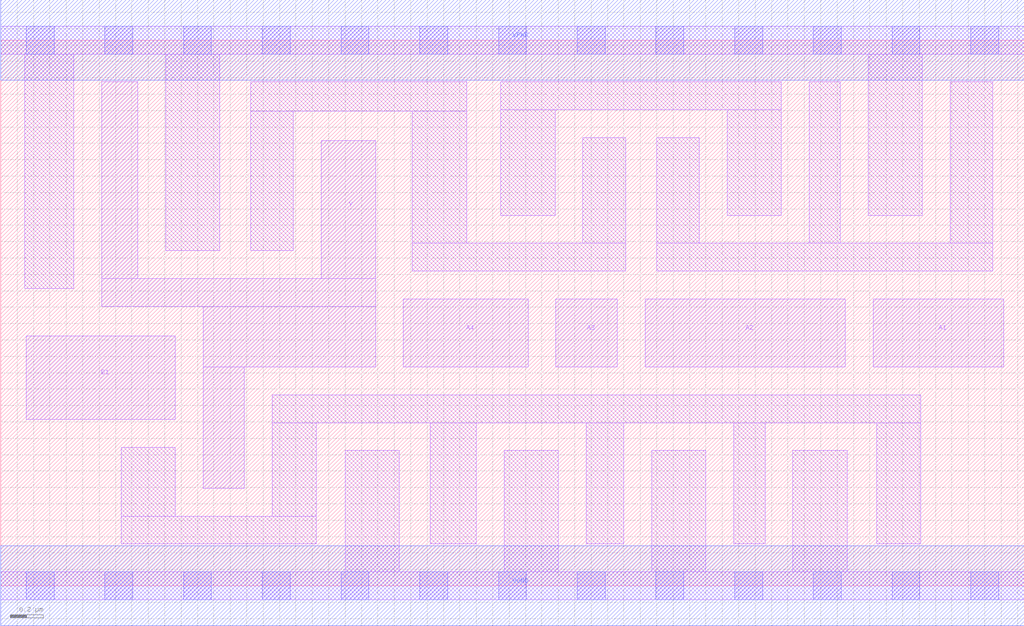
<source format=lef>
# Copyright 2020 The SkyWater PDK Authors
#
# Licensed under the Apache License, Version 2.0 (the "License");
# you may not use this file except in compliance with the License.
# You may obtain a copy of the License at
#
#     https://www.apache.org/licenses/LICENSE-2.0
#
# Unless required by applicable law or agreed to in writing, software
# distributed under the License is distributed on an "AS IS" BASIS,
# WITHOUT WARRANTIES OR CONDITIONS OF ANY KIND, either express or implied.
# See the License for the specific language governing permissions and
# limitations under the License.
#
# SPDX-License-Identifier: Apache-2.0

VERSION 5.7 ;
  NOWIREEXTENSIONATPIN ON ;
  DIVIDERCHAR "/" ;
  BUSBITCHARS "[]" ;
UNITS
  DATABASE MICRONS 200 ;
END UNITS
MACRO sky130_fd_sc_lp__o41ai_2
  CLASS CORE ;
  FOREIGN sky130_fd_sc_lp__o41ai_2 ;
  ORIGIN  0.000000  0.000000 ;
  SIZE  6.240000 BY  3.330000 ;
  SYMMETRY X Y R90 ;
  SITE unit ;
  PIN A1
    ANTENNAGATEAREA  0.630000 ;
    DIRECTION INPUT ;
    USE SIGNAL ;
    PORT
      LAYER li1 ;
        RECT 5.320000 1.335000 6.115000 1.750000 ;
    END
  END A1
  PIN A2
    ANTENNAGATEAREA  0.630000 ;
    DIRECTION INPUT ;
    USE SIGNAL ;
    PORT
      LAYER li1 ;
        RECT 3.930000 1.335000 5.150000 1.750000 ;
    END
  END A2
  PIN A3
    ANTENNAGATEAREA  0.630000 ;
    DIRECTION INPUT ;
    USE SIGNAL ;
    PORT
      LAYER li1 ;
        RECT 3.385000 1.335000 3.760000 1.750000 ;
    END
  END A3
  PIN A4
    ANTENNAGATEAREA  0.630000 ;
    DIRECTION INPUT ;
    USE SIGNAL ;
    PORT
      LAYER li1 ;
        RECT 2.455000 1.335000 3.215000 1.750000 ;
    END
  END A4
  PIN B1
    ANTENNAGATEAREA  0.630000 ;
    DIRECTION INPUT ;
    USE SIGNAL ;
    PORT
      LAYER li1 ;
        RECT 0.155000 1.015000 1.065000 1.525000 ;
    END
  END B1
  PIN Y
    ANTENNADIFFAREA  0.940800 ;
    DIRECTION OUTPUT ;
    USE SIGNAL ;
    PORT
      LAYER li1 ;
        RECT 0.615000 1.705000 2.285000 1.875000 ;
        RECT 0.615000 1.875000 0.835000 3.075000 ;
        RECT 1.235000 0.595000 1.485000 1.335000 ;
        RECT 1.235000 1.335000 2.285000 1.705000 ;
        RECT 1.955000 1.875000 2.285000 2.715000 ;
    END
  END Y
  PIN VGND
    DIRECTION INOUT ;
    USE GROUND ;
    PORT
      LAYER met1 ;
        RECT 0.000000 -0.245000 6.240000 0.245000 ;
    END
  END VGND
  PIN VPWR
    DIRECTION INOUT ;
    USE POWER ;
    PORT
      LAYER met1 ;
        RECT 0.000000 3.085000 6.240000 3.575000 ;
    END
  END VPWR
  OBS
    LAYER li1 ;
      RECT 0.000000 -0.085000 6.240000 0.085000 ;
      RECT 0.000000  3.245000 6.240000 3.415000 ;
      RECT 0.145000  1.815000 0.445000 3.245000 ;
      RECT 0.735000  0.255000 1.925000 0.425000 ;
      RECT 0.735000  0.425000 1.065000 0.845000 ;
      RECT 1.005000  2.045000 1.335000 3.245000 ;
      RECT 1.525000  2.045000 1.785000 2.895000 ;
      RECT 1.525000  2.895000 2.840000 3.075000 ;
      RECT 1.655000  0.425000 1.925000 0.995000 ;
      RECT 1.655000  0.995000 5.610000 1.165000 ;
      RECT 2.100000  0.085000 2.430000 0.825000 ;
      RECT 2.510000  1.920000 3.810000 2.090000 ;
      RECT 2.510000  2.090000 2.840000 2.895000 ;
      RECT 2.620000  0.255000 2.900000 0.995000 ;
      RECT 3.050000  2.260000 3.380000 2.905000 ;
      RECT 3.050000  2.905000 4.760000 3.075000 ;
      RECT 3.070000  0.085000 3.400000 0.825000 ;
      RECT 3.550000  2.090000 3.810000 2.735000 ;
      RECT 3.570000  0.255000 3.800000 0.995000 ;
      RECT 3.970000  0.085000 4.300000 0.825000 ;
      RECT 4.000000  1.920000 6.050000 2.090000 ;
      RECT 4.000000  2.090000 4.260000 2.735000 ;
      RECT 4.430000  2.260000 4.760000 2.905000 ;
      RECT 4.470000  0.255000 4.660000 0.995000 ;
      RECT 4.830000  0.085000 5.160000 0.825000 ;
      RECT 4.930000  2.090000 5.120000 3.075000 ;
      RECT 5.290000  2.260000 5.620000 3.245000 ;
      RECT 5.340000  0.255000 5.610000 0.995000 ;
      RECT 5.790000  2.090000 6.050000 3.075000 ;
    LAYER mcon ;
      RECT 0.155000 -0.085000 0.325000 0.085000 ;
      RECT 0.155000  3.245000 0.325000 3.415000 ;
      RECT 0.635000 -0.085000 0.805000 0.085000 ;
      RECT 0.635000  3.245000 0.805000 3.415000 ;
      RECT 1.115000 -0.085000 1.285000 0.085000 ;
      RECT 1.115000  3.245000 1.285000 3.415000 ;
      RECT 1.595000 -0.085000 1.765000 0.085000 ;
      RECT 1.595000  3.245000 1.765000 3.415000 ;
      RECT 2.075000 -0.085000 2.245000 0.085000 ;
      RECT 2.075000  3.245000 2.245000 3.415000 ;
      RECT 2.555000 -0.085000 2.725000 0.085000 ;
      RECT 2.555000  3.245000 2.725000 3.415000 ;
      RECT 3.035000 -0.085000 3.205000 0.085000 ;
      RECT 3.035000  3.245000 3.205000 3.415000 ;
      RECT 3.515000 -0.085000 3.685000 0.085000 ;
      RECT 3.515000  3.245000 3.685000 3.415000 ;
      RECT 3.995000 -0.085000 4.165000 0.085000 ;
      RECT 3.995000  3.245000 4.165000 3.415000 ;
      RECT 4.475000 -0.085000 4.645000 0.085000 ;
      RECT 4.475000  3.245000 4.645000 3.415000 ;
      RECT 4.955000 -0.085000 5.125000 0.085000 ;
      RECT 4.955000  3.245000 5.125000 3.415000 ;
      RECT 5.435000 -0.085000 5.605000 0.085000 ;
      RECT 5.435000  3.245000 5.605000 3.415000 ;
      RECT 5.915000 -0.085000 6.085000 0.085000 ;
      RECT 5.915000  3.245000 6.085000 3.415000 ;
  END
END sky130_fd_sc_lp__o41ai_2
END LIBRARY

</source>
